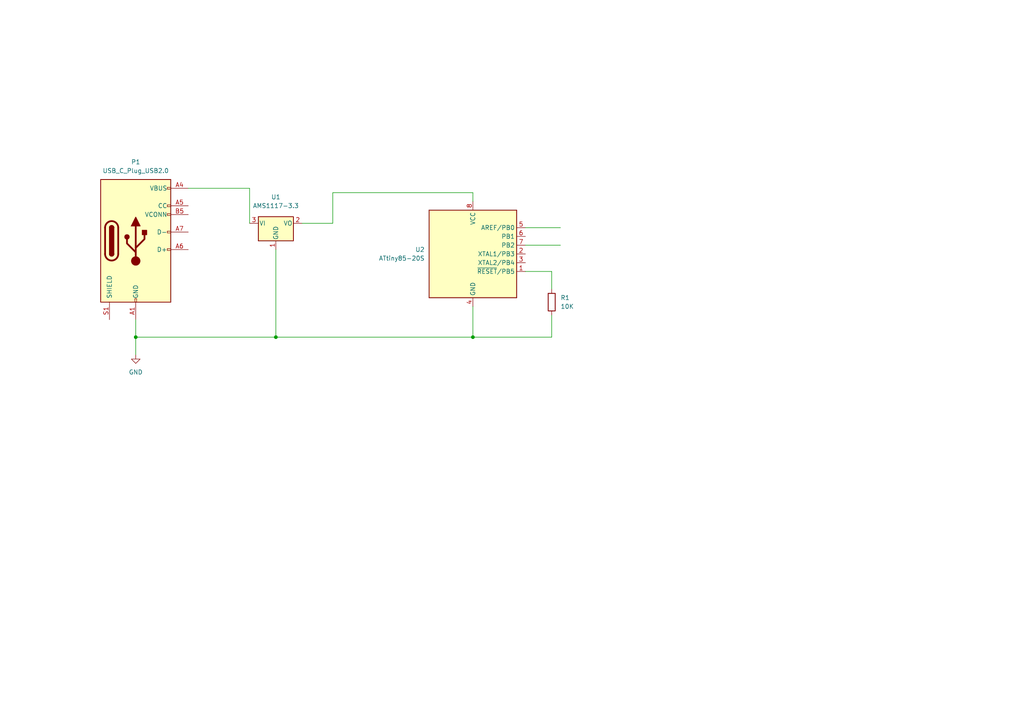
<source format=kicad_sch>
(kicad_sch (version 20211123) (generator eeschema)
  (paper "A4")
  (lib_symbols
    (symbol "Connector:USB_C_Plug_USB2.0" (pin_names (offset 1.016))
      (property "Reference" "P" (at -10.16 19.05 0))
      (property "Value" "USB_C_Plug_USB2.0" (at 12.7 19.05 0))
      (symbol "USB_C_Plug_USB2.0_0_0"
        (rectangle (start -0.254 -17.78) (end 0.254 -16.764))
        (rectangle (start 10.16 -2.286) (end 9.144 -2.794))
        (rectangle (start 10.16 2.794) (end 9.144 2.286))
        (rectangle (start 10.16 7.874) (end 9.144 7.366))
        (rectangle (start 10.16 10.414) (end 9.144 9.906))
        (rectangle (start 10.16 15.494) (end 9.144 14.986))
      )
      (symbol "USB_C_Plug_USB2.0_0_1"
        (rectangle (start -10.16 17.78) (end 10.16 -17.78) (stroke (width 0.254)) (fill (type background)))
        (arc (start -8.89 -3.81) (mid -6.985 -5.715) (end -5.08 -3.81) (stroke (width 0.508)))
        (arc (start -7.62 -3.81) (mid -6.985 -4.445) (end -6.35 -3.81) (stroke (width 0.254)))
        (arc (start -7.62 -3.81) (mid -6.985 -4.445) (end -6.35 -3.81) (stroke (width 0.254)) (fill (type outline)))
        (rectangle (start -7.62 -3.81) (end -6.35 3.81) (stroke (width 0.254)) (fill (type outline)))
        (arc (start -6.35 3.81) (mid -6.985 4.445) (end -7.62 3.81) (stroke (width 0.254)))
        (arc (start -6.35 3.81) (mid -6.985 4.445) (end -7.62 3.81) (stroke (width 0.254)) (fill (type outline)))
        (arc (start -5.08 3.81) (mid -6.985 5.715) (end -8.89 3.81) (stroke (width 0.508)))
        (circle (center -2.54 1.143) (radius 0.635) (stroke (width 0.254)) (fill (type outline)))
        (circle (center 0 -5.842) (radius 1.27) (fill (type outline)))
        (polyline (pts (xy -8.89 -3.81) (xy -8.89 3.81)) (stroke (width 0.508)))
        (polyline (pts (xy -5.08 3.81) (xy -5.08 -3.81)) (stroke (width 0.508)))
        (polyline (pts (xy 0 -5.842) (xy 0 4.318)) (stroke (width 0.508)))
        (polyline (pts (xy 0 -3.302) (xy -2.54 -0.762) (xy -2.54 0.508)) (stroke (width 0.508)))
        (polyline (pts (xy 0 -2.032) (xy 2.54 0.508) (xy 2.54 1.778)) (stroke (width 0.508)))
        (polyline (pts (xy -1.27 4.318) (xy 0 6.858) (xy 1.27 4.318) (xy -1.27 4.318)) (stroke (width 0.254)) (fill (type outline)))
        (rectangle (start 1.905 1.778) (end 3.175 3.048) (stroke (width 0.254)) (fill (type outline)))
      )
      (symbol "USB_C_Plug_USB2.0_1_1"
        (pin passive line (at 0 -22.86 90) (length 5.08) (name "GND") (number "A1"))
        (pin passive line (at 0 -22.86 90) (length 5.08) hide (name "GND") (number "A12"))
        (pin passive line (at 15.24 15.24 180) (length 5.08) (name "VBUS") (number "A4"))
        (pin bidirectional line (at 15.24 10.16 180) (length 5.08) (name "CC") (number "A5"))
        (pin bidirectional line (at 15.24 -2.54 180) (length 5.08) (name "D+") (number "A6"))
        (pin bidirectional line (at 15.24 2.54 180) (length 5.08) (name "D-") (number "A7"))
        (pin passive line (at 15.24 15.24 180) (length 5.08) hide (name "VBUS") (number "A9"))
        (pin passive line (at 0 -22.86 90) (length 5.08) hide (name "GND") (number "B1"))
        (pin passive line (at 0 -22.86 90) (length 5.08) hide (name "GND") (number "B12"))
        (pin passive line (at 15.24 15.24 180) (length 5.08) hide (name "VBUS") (number "B4"))
        (pin bidirectional line (at 15.24 7.62 180) (length 5.08) (name "VCONN") (number "B5"))
        (pin passive line (at 15.24 15.24 180) (length 5.08) hide (name "VBUS") (number "B9"))
        (pin passive line (at -7.62 -22.86 90) (length 5.08) (name "SHIELD") (number "S1"))
      )
    )
    (symbol "Device:R" (pin_numbers hide) (pin_names (offset 0))
      (property "Reference" "R" (at 2.032 0 90))
      (property "Value" "R" (at 0 0 90))
      (symbol "R_0_1"
        (rectangle (start -1.016 -2.54) (end 1.016 2.54) (stroke (width 0.254)))
      )
      (symbol "R_1_1"
        (pin passive line (at 0 3.81 270) (length 1.27) (name "~") (number "1"))
        (pin passive line (at 0 -3.81 90) (length 1.27) (name "~") (number "2"))
      )
    )
    (symbol "MCU_Microchip_ATtiny:ATtiny85-20S"
      (property "Reference" "U" (at -12.7 13.97 0))
      (property "Value" "ATtiny85-20S" (at 2.54 -13.97 0))
      (symbol "ATtiny85-20S_0_1"
        (rectangle (start -12.7 -12.7) (end 12.7 12.7) (stroke (width 0.254)) (fill (type background)))
      )
      (symbol "ATtiny85-20S_1_1"
        (pin bidirectional line (at 15.24 -5.08 180) (length 2.54) (name "~{RESET}/PB5") (number "1"))
        (pin bidirectional line (at 15.24 0 180) (length 2.54) (name "XTAL1/PB3") (number "2"))
        (pin bidirectional line (at 15.24 -2.54 180) (length 2.54) (name "XTAL2/PB4") (number "3"))
        (pin power_in line (at 0 -15.24 90) (length 2.54) (name "GND") (number "4"))
        (pin bidirectional line (at 15.24 7.62 180) (length 2.54) (name "AREF/PB0") (number "5"))
        (pin bidirectional line (at 15.24 5.08 180) (length 2.54) (name "PB1") (number "6"))
        (pin bidirectional line (at 15.24 2.54 180) (length 2.54) (name "PB2") (number "7"))
        (pin power_in line (at 0 15.24 270) (length 2.54) (name "VCC") (number "8"))
      )
    )
    (symbol "Regulator_Linear:AMS1117-3.3" (pin_names (offset 0.254))
      (property "Reference" "U" (at -3.81 3.175 0))
      (property "Value" "AMS1117-3.3" (at 0 3.175 0))
      (symbol "AMS1117-3.3_0_1"
        (rectangle (start -5.08 -5.08) (end 5.08 1.905) (stroke (width 0.254)) (fill (type background)))
      )
      (symbol "AMS1117-3.3_1_1"
        (pin power_in line (at 0 -7.62 90) (length 2.54) (name "GND") (number "1"))
        (pin power_out line (at 7.62 0 180) (length 2.54) (name "VO") (number "2"))
        (pin power_in line (at -7.62 0 0) (length 2.54) (name "VI") (number "3"))
      )
    )
    (symbol "power:GND" (power) (pin_names (offset 0))
      (property "Value" "GND" (at 0 -3.81 0))
      (symbol "GND_0_1"
        (polyline (pts (xy 0 0) (xy 0 -1.27) (xy 1.27 -1.27) (xy 0 -2.54) (xy -1.27 -1.27) (xy 0 -1.27)))
      )
      (symbol "GND_1_1"
        (pin power_in line (at 0 0 270) (length 0) hide (name "GND") (number "1"))
      )
    )
  )
  (junction (at 137.16 97.79))
  (junction (at 80.01 97.79))
  (junction (at 39.37 97.79))
  (wire (pts (xy 137.16 97.79) (xy 137.16 88.9)))
  (wire (pts (xy 160.02 97.79) (xy 137.16 97.79)))
  (wire (pts (xy 96.52 64.77) (xy 96.52 55.88)))
  (wire (pts (xy 80.01 97.79) (xy 137.16 97.79)))
  (wire (pts (xy 39.37 92.71) (xy 39.37 97.79)))
  (wire (pts (xy 39.37 97.79) (xy 39.37 102.87)))
  (wire (pts (xy 160.02 78.74) (xy 160.02 83.82)))
  (wire (pts (xy 54.61 54.61) (xy 72.39 54.61)))
  (wire (pts (xy 87.63 64.77) (xy 96.52 64.77)))
  (wire (pts (xy 39.37 97.79) (xy 80.01 97.79)))
  (wire (pts (xy 152.4 66.04) (xy 162.56 66.04)))
  (wire (pts (xy 72.39 54.61) (xy 72.39 64.77)))
  (wire (pts (xy 152.4 71.12) (xy 162.56 71.12)))
  (wire (pts (xy 152.4 78.74) (xy 160.02 78.74)))
  (wire (pts (xy 80.01 97.79) (xy 80.01 72.39)))
  (wire (pts (xy 160.02 91.44) (xy 160.02 97.79)))
  (wire (pts (xy 96.52 55.88) (xy 137.16 55.88)))
  (wire (pts (xy 137.16 55.88) (xy 137.16 58.42)))
  (symbol (lib_id "MCU_Microchip_ATtiny:ATtiny85-20S") (at 137.16 73.66 0) (unit 1)
    (property "Reference" "U2" (at 123.19 72.3899 0) (effects (justify right)))
    (property "Value" "ATtiny85-20S" (at 123.19 74.9299 0) (effects (justify right)))
    (property "Footprint" "Package_SO:SOIC-8W_5.3x5.3mm_P1.27mm" (effects hide))
    (property "Datasheet" "http://ww1.microchip.com/downloads/en/DeviceDoc/atmel-2586-avr-8-bit-microcontroller-attiny25-attiny45-attiny85_datasheet.pdf" (effects hide))
  )
  (symbol (lib_id "Regulator_Linear:AMS1117-3.3") (at 80.01 64.77 0) (unit 1)
    (property "Reference" "U1" (at 80.01 57.15 0))
    (property "Value" "AMS1117-3.3" (at 80.01 59.69 0))
    (property "Footprint" "Package_TO_SOT_SMD:SOT-223-3_TabPin2" (effects hide))
    (property "Datasheet" "http://www.advanced-monolithic.com/pdf/ds1117.pdf" (effects hide))
  )
  (symbol (lib_id "power:GND") (at 39.37 102.87 0) (unit 1)
    (property "Reference" "#PWR01" (effects hide))
    (property "Value" "GND" (at 39.37 107.95 0))
  )
  (symbol (lib_id "Device:R") (at 160.02 87.63 0) (unit 1)
    (property "Reference" "R1" (at 162.56 86.3599 0) (effects (justify left)))
    (property "Value" "10K" (at 162.56 88.8999 0) (effects (justify left)))
  )
  (symbol (lib_id "Connector:USB_C_Plug_USB2.0") (at 39.37 69.85 0) (unit 1)
    (property "Reference" "P1" (at 39.37 46.99 0))
    (property "Value" "USB_C_Plug_USB2.0" (at 39.37 49.53 0))
    (property "Datasheet" "https://www.usb.org/sites/default/files/documents/usb_type-c.zip" (effects hide))
  )
)
</source>
